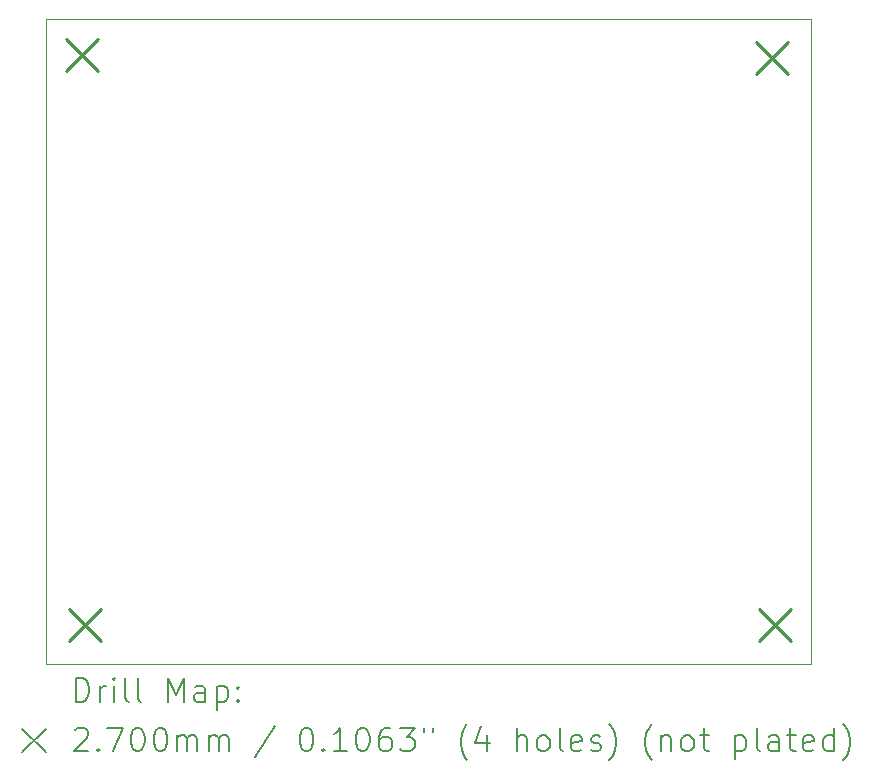
<source format=gbr>
%FSLAX45Y45*%
G04 Gerber Fmt 4.5, Leading zero omitted, Abs format (unit mm)*
G04 Created by KiCad (PCBNEW (6.0.1)) date 2023-10-20 16:17:00*
%MOMM*%
%LPD*%
G01*
G04 APERTURE LIST*
%TA.AperFunction,Profile*%
%ADD10C,0.100000*%
%TD*%
%ADD11C,0.200000*%
%ADD12C,0.270000*%
G04 APERTURE END LIST*
D10*
X14732000Y-6604000D02*
X21209000Y-6604000D01*
X21209000Y-6604000D02*
X21209000Y-12065000D01*
X14732000Y-12065000D02*
X14732000Y-6604000D01*
X21209000Y-12065000D02*
X14732000Y-12065000D01*
D11*
D12*
X14901800Y-6773800D02*
X15171800Y-7043800D01*
X15171800Y-6773800D02*
X14901800Y-7043800D01*
X14927200Y-11599800D02*
X15197200Y-11869800D01*
X15197200Y-11599800D02*
X14927200Y-11869800D01*
X20743800Y-6799200D02*
X21013800Y-7069200D01*
X21013800Y-6799200D02*
X20743800Y-7069200D01*
X20769200Y-11599800D02*
X21039200Y-11869800D01*
X21039200Y-11599800D02*
X20769200Y-11869800D01*
D11*
X14984619Y-12380476D02*
X14984619Y-12180476D01*
X15032238Y-12180476D01*
X15060809Y-12190000D01*
X15079857Y-12209048D01*
X15089381Y-12228095D01*
X15098905Y-12266190D01*
X15098905Y-12294762D01*
X15089381Y-12332857D01*
X15079857Y-12351905D01*
X15060809Y-12370952D01*
X15032238Y-12380476D01*
X14984619Y-12380476D01*
X15184619Y-12380476D02*
X15184619Y-12247143D01*
X15184619Y-12285238D02*
X15194143Y-12266190D01*
X15203667Y-12256667D01*
X15222714Y-12247143D01*
X15241762Y-12247143D01*
X15308428Y-12380476D02*
X15308428Y-12247143D01*
X15308428Y-12180476D02*
X15298905Y-12190000D01*
X15308428Y-12199524D01*
X15317952Y-12190000D01*
X15308428Y-12180476D01*
X15308428Y-12199524D01*
X15432238Y-12380476D02*
X15413190Y-12370952D01*
X15403667Y-12351905D01*
X15403667Y-12180476D01*
X15537000Y-12380476D02*
X15517952Y-12370952D01*
X15508428Y-12351905D01*
X15508428Y-12180476D01*
X15765571Y-12380476D02*
X15765571Y-12180476D01*
X15832238Y-12323333D01*
X15898905Y-12180476D01*
X15898905Y-12380476D01*
X16079857Y-12380476D02*
X16079857Y-12275714D01*
X16070333Y-12256667D01*
X16051286Y-12247143D01*
X16013190Y-12247143D01*
X15994143Y-12256667D01*
X16079857Y-12370952D02*
X16060809Y-12380476D01*
X16013190Y-12380476D01*
X15994143Y-12370952D01*
X15984619Y-12351905D01*
X15984619Y-12332857D01*
X15994143Y-12313809D01*
X16013190Y-12304286D01*
X16060809Y-12304286D01*
X16079857Y-12294762D01*
X16175095Y-12247143D02*
X16175095Y-12447143D01*
X16175095Y-12256667D02*
X16194143Y-12247143D01*
X16232238Y-12247143D01*
X16251286Y-12256667D01*
X16260809Y-12266190D01*
X16270333Y-12285238D01*
X16270333Y-12342381D01*
X16260809Y-12361428D01*
X16251286Y-12370952D01*
X16232238Y-12380476D01*
X16194143Y-12380476D01*
X16175095Y-12370952D01*
X16356048Y-12361428D02*
X16365571Y-12370952D01*
X16356048Y-12380476D01*
X16346524Y-12370952D01*
X16356048Y-12361428D01*
X16356048Y-12380476D01*
X16356048Y-12256667D02*
X16365571Y-12266190D01*
X16356048Y-12275714D01*
X16346524Y-12266190D01*
X16356048Y-12256667D01*
X16356048Y-12275714D01*
X14527000Y-12610000D02*
X14727000Y-12810000D01*
X14727000Y-12610000D02*
X14527000Y-12810000D01*
X14975095Y-12619524D02*
X14984619Y-12610000D01*
X15003667Y-12600476D01*
X15051286Y-12600476D01*
X15070333Y-12610000D01*
X15079857Y-12619524D01*
X15089381Y-12638571D01*
X15089381Y-12657619D01*
X15079857Y-12686190D01*
X14965571Y-12800476D01*
X15089381Y-12800476D01*
X15175095Y-12781428D02*
X15184619Y-12790952D01*
X15175095Y-12800476D01*
X15165571Y-12790952D01*
X15175095Y-12781428D01*
X15175095Y-12800476D01*
X15251286Y-12600476D02*
X15384619Y-12600476D01*
X15298905Y-12800476D01*
X15498905Y-12600476D02*
X15517952Y-12600476D01*
X15537000Y-12610000D01*
X15546524Y-12619524D01*
X15556048Y-12638571D01*
X15565571Y-12676667D01*
X15565571Y-12724286D01*
X15556048Y-12762381D01*
X15546524Y-12781428D01*
X15537000Y-12790952D01*
X15517952Y-12800476D01*
X15498905Y-12800476D01*
X15479857Y-12790952D01*
X15470333Y-12781428D01*
X15460809Y-12762381D01*
X15451286Y-12724286D01*
X15451286Y-12676667D01*
X15460809Y-12638571D01*
X15470333Y-12619524D01*
X15479857Y-12610000D01*
X15498905Y-12600476D01*
X15689381Y-12600476D02*
X15708428Y-12600476D01*
X15727476Y-12610000D01*
X15737000Y-12619524D01*
X15746524Y-12638571D01*
X15756048Y-12676667D01*
X15756048Y-12724286D01*
X15746524Y-12762381D01*
X15737000Y-12781428D01*
X15727476Y-12790952D01*
X15708428Y-12800476D01*
X15689381Y-12800476D01*
X15670333Y-12790952D01*
X15660809Y-12781428D01*
X15651286Y-12762381D01*
X15641762Y-12724286D01*
X15641762Y-12676667D01*
X15651286Y-12638571D01*
X15660809Y-12619524D01*
X15670333Y-12610000D01*
X15689381Y-12600476D01*
X15841762Y-12800476D02*
X15841762Y-12667143D01*
X15841762Y-12686190D02*
X15851286Y-12676667D01*
X15870333Y-12667143D01*
X15898905Y-12667143D01*
X15917952Y-12676667D01*
X15927476Y-12695714D01*
X15927476Y-12800476D01*
X15927476Y-12695714D02*
X15937000Y-12676667D01*
X15956048Y-12667143D01*
X15984619Y-12667143D01*
X16003667Y-12676667D01*
X16013190Y-12695714D01*
X16013190Y-12800476D01*
X16108428Y-12800476D02*
X16108428Y-12667143D01*
X16108428Y-12686190D02*
X16117952Y-12676667D01*
X16137000Y-12667143D01*
X16165571Y-12667143D01*
X16184619Y-12676667D01*
X16194143Y-12695714D01*
X16194143Y-12800476D01*
X16194143Y-12695714D02*
X16203667Y-12676667D01*
X16222714Y-12667143D01*
X16251286Y-12667143D01*
X16270333Y-12676667D01*
X16279857Y-12695714D01*
X16279857Y-12800476D01*
X16670333Y-12590952D02*
X16498905Y-12848095D01*
X16927476Y-12600476D02*
X16946524Y-12600476D01*
X16965571Y-12610000D01*
X16975095Y-12619524D01*
X16984619Y-12638571D01*
X16994143Y-12676667D01*
X16994143Y-12724286D01*
X16984619Y-12762381D01*
X16975095Y-12781428D01*
X16965571Y-12790952D01*
X16946524Y-12800476D01*
X16927476Y-12800476D01*
X16908429Y-12790952D01*
X16898905Y-12781428D01*
X16889381Y-12762381D01*
X16879857Y-12724286D01*
X16879857Y-12676667D01*
X16889381Y-12638571D01*
X16898905Y-12619524D01*
X16908429Y-12610000D01*
X16927476Y-12600476D01*
X17079857Y-12781428D02*
X17089381Y-12790952D01*
X17079857Y-12800476D01*
X17070333Y-12790952D01*
X17079857Y-12781428D01*
X17079857Y-12800476D01*
X17279857Y-12800476D02*
X17165571Y-12800476D01*
X17222714Y-12800476D02*
X17222714Y-12600476D01*
X17203667Y-12629048D01*
X17184619Y-12648095D01*
X17165571Y-12657619D01*
X17403667Y-12600476D02*
X17422714Y-12600476D01*
X17441762Y-12610000D01*
X17451286Y-12619524D01*
X17460810Y-12638571D01*
X17470333Y-12676667D01*
X17470333Y-12724286D01*
X17460810Y-12762381D01*
X17451286Y-12781428D01*
X17441762Y-12790952D01*
X17422714Y-12800476D01*
X17403667Y-12800476D01*
X17384619Y-12790952D01*
X17375095Y-12781428D01*
X17365571Y-12762381D01*
X17356048Y-12724286D01*
X17356048Y-12676667D01*
X17365571Y-12638571D01*
X17375095Y-12619524D01*
X17384619Y-12610000D01*
X17403667Y-12600476D01*
X17641762Y-12600476D02*
X17603667Y-12600476D01*
X17584619Y-12610000D01*
X17575095Y-12619524D01*
X17556048Y-12648095D01*
X17546524Y-12686190D01*
X17546524Y-12762381D01*
X17556048Y-12781428D01*
X17565571Y-12790952D01*
X17584619Y-12800476D01*
X17622714Y-12800476D01*
X17641762Y-12790952D01*
X17651286Y-12781428D01*
X17660810Y-12762381D01*
X17660810Y-12714762D01*
X17651286Y-12695714D01*
X17641762Y-12686190D01*
X17622714Y-12676667D01*
X17584619Y-12676667D01*
X17565571Y-12686190D01*
X17556048Y-12695714D01*
X17546524Y-12714762D01*
X17727476Y-12600476D02*
X17851286Y-12600476D01*
X17784619Y-12676667D01*
X17813190Y-12676667D01*
X17832238Y-12686190D01*
X17841762Y-12695714D01*
X17851286Y-12714762D01*
X17851286Y-12762381D01*
X17841762Y-12781428D01*
X17832238Y-12790952D01*
X17813190Y-12800476D01*
X17756048Y-12800476D01*
X17737000Y-12790952D01*
X17727476Y-12781428D01*
X17927476Y-12600476D02*
X17927476Y-12638571D01*
X18003667Y-12600476D02*
X18003667Y-12638571D01*
X18298905Y-12876667D02*
X18289381Y-12867143D01*
X18270333Y-12838571D01*
X18260810Y-12819524D01*
X18251286Y-12790952D01*
X18241762Y-12743333D01*
X18241762Y-12705238D01*
X18251286Y-12657619D01*
X18260810Y-12629048D01*
X18270333Y-12610000D01*
X18289381Y-12581428D01*
X18298905Y-12571905D01*
X18460810Y-12667143D02*
X18460810Y-12800476D01*
X18413190Y-12590952D02*
X18365571Y-12733809D01*
X18489381Y-12733809D01*
X18717952Y-12800476D02*
X18717952Y-12600476D01*
X18803667Y-12800476D02*
X18803667Y-12695714D01*
X18794143Y-12676667D01*
X18775095Y-12667143D01*
X18746524Y-12667143D01*
X18727476Y-12676667D01*
X18717952Y-12686190D01*
X18927476Y-12800476D02*
X18908429Y-12790952D01*
X18898905Y-12781428D01*
X18889381Y-12762381D01*
X18889381Y-12705238D01*
X18898905Y-12686190D01*
X18908429Y-12676667D01*
X18927476Y-12667143D01*
X18956048Y-12667143D01*
X18975095Y-12676667D01*
X18984619Y-12686190D01*
X18994143Y-12705238D01*
X18994143Y-12762381D01*
X18984619Y-12781428D01*
X18975095Y-12790952D01*
X18956048Y-12800476D01*
X18927476Y-12800476D01*
X19108429Y-12800476D02*
X19089381Y-12790952D01*
X19079857Y-12771905D01*
X19079857Y-12600476D01*
X19260810Y-12790952D02*
X19241762Y-12800476D01*
X19203667Y-12800476D01*
X19184619Y-12790952D01*
X19175095Y-12771905D01*
X19175095Y-12695714D01*
X19184619Y-12676667D01*
X19203667Y-12667143D01*
X19241762Y-12667143D01*
X19260810Y-12676667D01*
X19270333Y-12695714D01*
X19270333Y-12714762D01*
X19175095Y-12733809D01*
X19346524Y-12790952D02*
X19365571Y-12800476D01*
X19403667Y-12800476D01*
X19422714Y-12790952D01*
X19432238Y-12771905D01*
X19432238Y-12762381D01*
X19422714Y-12743333D01*
X19403667Y-12733809D01*
X19375095Y-12733809D01*
X19356048Y-12724286D01*
X19346524Y-12705238D01*
X19346524Y-12695714D01*
X19356048Y-12676667D01*
X19375095Y-12667143D01*
X19403667Y-12667143D01*
X19422714Y-12676667D01*
X19498905Y-12876667D02*
X19508429Y-12867143D01*
X19527476Y-12838571D01*
X19537000Y-12819524D01*
X19546524Y-12790952D01*
X19556048Y-12743333D01*
X19556048Y-12705238D01*
X19546524Y-12657619D01*
X19537000Y-12629048D01*
X19527476Y-12610000D01*
X19508429Y-12581428D01*
X19498905Y-12571905D01*
X19860810Y-12876667D02*
X19851286Y-12867143D01*
X19832238Y-12838571D01*
X19822714Y-12819524D01*
X19813190Y-12790952D01*
X19803667Y-12743333D01*
X19803667Y-12705238D01*
X19813190Y-12657619D01*
X19822714Y-12629048D01*
X19832238Y-12610000D01*
X19851286Y-12581428D01*
X19860810Y-12571905D01*
X19937000Y-12667143D02*
X19937000Y-12800476D01*
X19937000Y-12686190D02*
X19946524Y-12676667D01*
X19965571Y-12667143D01*
X19994143Y-12667143D01*
X20013190Y-12676667D01*
X20022714Y-12695714D01*
X20022714Y-12800476D01*
X20146524Y-12800476D02*
X20127476Y-12790952D01*
X20117952Y-12781428D01*
X20108429Y-12762381D01*
X20108429Y-12705238D01*
X20117952Y-12686190D01*
X20127476Y-12676667D01*
X20146524Y-12667143D01*
X20175095Y-12667143D01*
X20194143Y-12676667D01*
X20203667Y-12686190D01*
X20213190Y-12705238D01*
X20213190Y-12762381D01*
X20203667Y-12781428D01*
X20194143Y-12790952D01*
X20175095Y-12800476D01*
X20146524Y-12800476D01*
X20270333Y-12667143D02*
X20346524Y-12667143D01*
X20298905Y-12600476D02*
X20298905Y-12771905D01*
X20308429Y-12790952D01*
X20327476Y-12800476D01*
X20346524Y-12800476D01*
X20565571Y-12667143D02*
X20565571Y-12867143D01*
X20565571Y-12676667D02*
X20584619Y-12667143D01*
X20622714Y-12667143D01*
X20641762Y-12676667D01*
X20651286Y-12686190D01*
X20660810Y-12705238D01*
X20660810Y-12762381D01*
X20651286Y-12781428D01*
X20641762Y-12790952D01*
X20622714Y-12800476D01*
X20584619Y-12800476D01*
X20565571Y-12790952D01*
X20775095Y-12800476D02*
X20756048Y-12790952D01*
X20746524Y-12771905D01*
X20746524Y-12600476D01*
X20937000Y-12800476D02*
X20937000Y-12695714D01*
X20927476Y-12676667D01*
X20908429Y-12667143D01*
X20870333Y-12667143D01*
X20851286Y-12676667D01*
X20937000Y-12790952D02*
X20917952Y-12800476D01*
X20870333Y-12800476D01*
X20851286Y-12790952D01*
X20841762Y-12771905D01*
X20841762Y-12752857D01*
X20851286Y-12733809D01*
X20870333Y-12724286D01*
X20917952Y-12724286D01*
X20937000Y-12714762D01*
X21003667Y-12667143D02*
X21079857Y-12667143D01*
X21032238Y-12600476D02*
X21032238Y-12771905D01*
X21041762Y-12790952D01*
X21060810Y-12800476D01*
X21079857Y-12800476D01*
X21222714Y-12790952D02*
X21203667Y-12800476D01*
X21165571Y-12800476D01*
X21146524Y-12790952D01*
X21137000Y-12771905D01*
X21137000Y-12695714D01*
X21146524Y-12676667D01*
X21165571Y-12667143D01*
X21203667Y-12667143D01*
X21222714Y-12676667D01*
X21232238Y-12695714D01*
X21232238Y-12714762D01*
X21137000Y-12733809D01*
X21403667Y-12800476D02*
X21403667Y-12600476D01*
X21403667Y-12790952D02*
X21384619Y-12800476D01*
X21346524Y-12800476D01*
X21327476Y-12790952D01*
X21317952Y-12781428D01*
X21308429Y-12762381D01*
X21308429Y-12705238D01*
X21317952Y-12686190D01*
X21327476Y-12676667D01*
X21346524Y-12667143D01*
X21384619Y-12667143D01*
X21403667Y-12676667D01*
X21479857Y-12876667D02*
X21489381Y-12867143D01*
X21508429Y-12838571D01*
X21517952Y-12819524D01*
X21527476Y-12790952D01*
X21537000Y-12743333D01*
X21537000Y-12705238D01*
X21527476Y-12657619D01*
X21517952Y-12629048D01*
X21508429Y-12610000D01*
X21489381Y-12581428D01*
X21479857Y-12571905D01*
M02*

</source>
